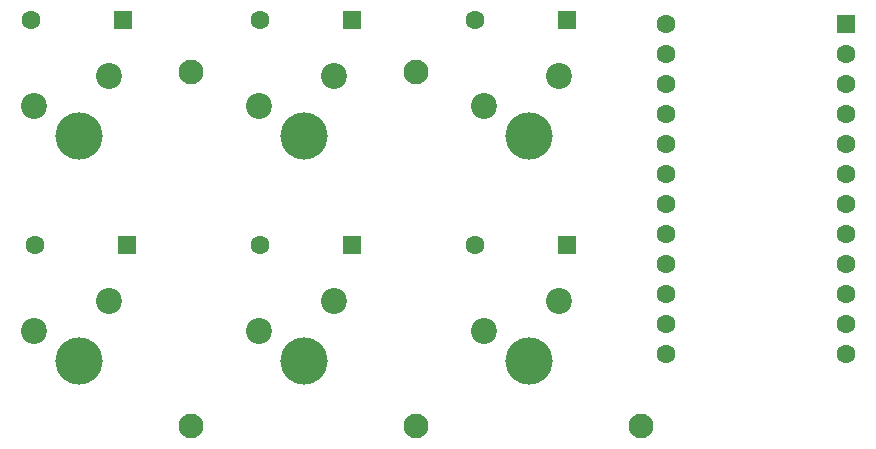
<source format=gts>
%TF.GenerationSoftware,KiCad,Pcbnew,(6.0.4)*%
%TF.CreationDate,2022-04-14T11:49:59+05:30*%
%TF.ProjectId,6keymacro,366b6579-6d61-4637-926f-2e6b69636164,rev?*%
%TF.SameCoordinates,Original*%
%TF.FileFunction,Soldermask,Top*%
%TF.FilePolarity,Negative*%
%FSLAX46Y46*%
G04 Gerber Fmt 4.6, Leading zero omitted, Abs format (unit mm)*
G04 Created by KiCad (PCBNEW (6.0.4)) date 2022-04-14 11:49:59*
%MOMM*%
%LPD*%
G01*
G04 APERTURE LIST*
%ADD10C,2.100000*%
%ADD11C,4.000000*%
%ADD12C,2.200000*%
%ADD13R,1.600000X1.600000*%
%ADD14C,1.600000*%
G04 APERTURE END LIST*
D10*
%TO.C,REF\u002A\u002A*%
X164084000Y-77216000D03*
%TD*%
%TO.C,REF\u002A\u002A*%
X125984000Y-77216000D03*
%TD*%
%TO.C,REF\u002A\u002A*%
X145034000Y-77216000D03*
%TD*%
%TO.C,REF\u002A\u002A*%
X145034000Y-47244000D03*
%TD*%
%TO.C,REF\u002A\u002A*%
X125984000Y-47244000D03*
%TD*%
D11*
%TO.C,K5*%
X154622500Y-52705000D03*
D12*
X157162500Y-47625000D03*
X150812500Y-50165000D03*
%TD*%
D11*
%TO.C,K4*%
X135572500Y-71755000D03*
D12*
X138112500Y-66675000D03*
X131762500Y-69215000D03*
%TD*%
D11*
%TO.C,K1*%
X116522500Y-52705000D03*
D12*
X119062500Y-47625000D03*
X112712500Y-50165000D03*
%TD*%
D11*
%TO.C,K2*%
X116522500Y-71755000D03*
D12*
X119062500Y-66675000D03*
X112712500Y-69215000D03*
%TD*%
D11*
%TO.C,K3*%
X135572500Y-52705000D03*
D12*
X138112500Y-47625000D03*
X131762500Y-50165000D03*
%TD*%
D11*
%TO.C,K6*%
X154622500Y-71755000D03*
D12*
X157162500Y-66675000D03*
X150812500Y-69215000D03*
%TD*%
D13*
%TO.C,D2*%
X120581250Y-61912500D03*
D14*
X112781250Y-61912500D03*
%TD*%
D13*
%TO.C,D3*%
X139631250Y-42862500D03*
D14*
X131831250Y-42862500D03*
%TD*%
D13*
%TO.C,D5*%
X157875000Y-42862500D03*
D14*
X150075000Y-42862500D03*
%TD*%
D13*
%TO.C,D4*%
X139631250Y-61912500D03*
D14*
X131831250Y-61912500D03*
%TD*%
D13*
%TO.C,D6*%
X157875000Y-61912500D03*
D14*
X150075000Y-61912500D03*
%TD*%
D13*
%TO.C,D1*%
X120262500Y-42862500D03*
D14*
X112462500Y-42862500D03*
%TD*%
D13*
%TO.C,U1*%
X181451250Y-43180000D03*
D14*
X181451250Y-45720000D03*
X181451250Y-48260000D03*
X181451250Y-50800000D03*
X181451250Y-53340000D03*
X181451250Y-55880000D03*
X181451250Y-58420000D03*
X181451250Y-60960000D03*
X181451250Y-63500000D03*
X181451250Y-66040000D03*
X181451250Y-68580000D03*
X181451250Y-71120000D03*
X166211250Y-71120000D03*
X166211250Y-68580000D03*
X166211250Y-66040000D03*
X166211250Y-63500000D03*
X166211250Y-60960000D03*
X166211250Y-58420000D03*
X166211250Y-55880000D03*
X166211250Y-53340000D03*
X166211250Y-50800000D03*
X166211250Y-48260000D03*
X166211250Y-45720000D03*
X166211250Y-43180000D03*
%TD*%
M02*

</source>
